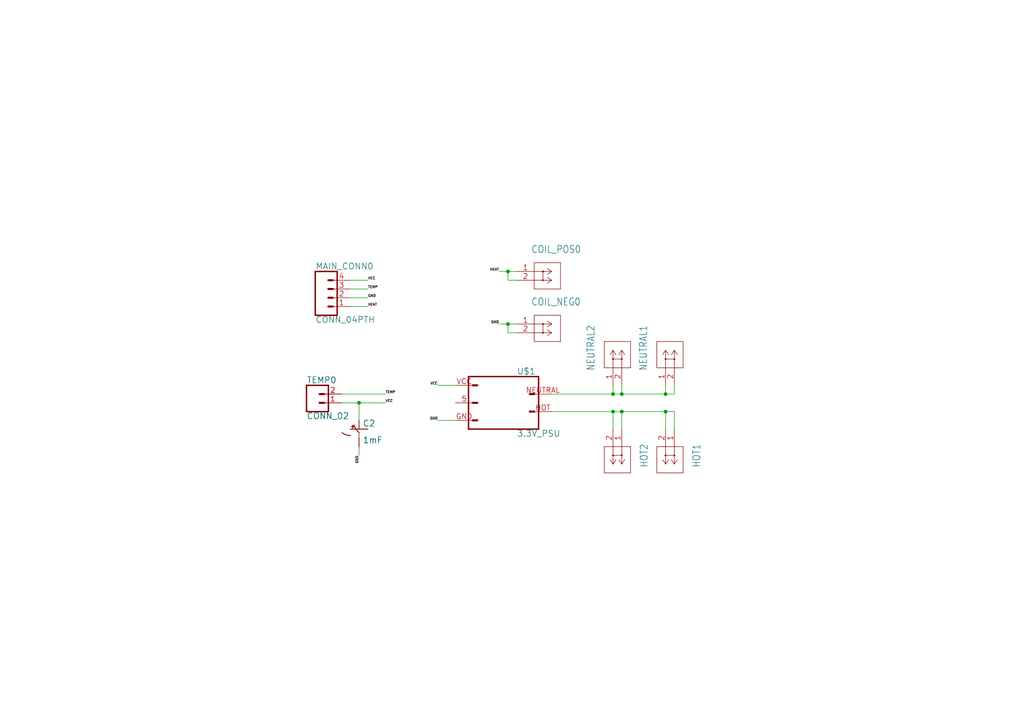
<source format=kicad_sch>
(kicad_sch (version 20250114) (generator "eeschema") (generator_version "9.0")
  (paper "A4")
  (lib_symbols
    (symbol "PowerModule-eagle-import:1000UF-RADIAL-5MM-25V-20%"
      (property "Reference" "C" (at 1.016 0.635 0))
      (symbol "1000UF-RADIAL-5MM-25V-20%_1_0"
        (polyline (pts (xy -2.54 0) (xy 2.54 0)) (stroke (width 0.254)))
        (arc (start -2.4669 -1.8504) (mid -3.7689 -1.6361) (end -4.9337 -1.0159) (stroke (width 0.254)))
        (rectangle (start -2.253 0.668) (end -1.364 0.795) (fill (type outline)))
        (rectangle (start -1.872 0.287) (end -1.745 1.176) (fill (type outline)))
        (polyline (pts (xy 0 -1.016) (xy 0 -2.54)) (stroke (width 0.1524)))
        (arc (start 0 -1) (mid -0.9038 -0.0189) (end -1.4403 1.2025) (stroke (width 0.254)))
        (pin passive line (at 0 2.54 270) (length 2.54) (name "+") (number "+"))
        (pin passive line (at 0 -5.08 90) (length 2.54) (name "-") (number "-"))
      )
    )
    (symbol "PowerModule-eagle-import:1287"
      (symbol "1287_1_0"
        (polyline (pts (xy 5.08 2.54) (xy 5.08 -5.08)) (stroke (width 0.1524)))
        (polyline (pts (xy 5.08 -5.08) (xy 12.7 -5.08)) (stroke (width 0.1524)))
        (polyline (pts (xy 7.62 0) (xy 5.08 0)) (stroke (width 0.1524)))
        (polyline (pts (xy 7.62 0) (xy 7.62 -0.127)) (stroke (width 0.1524)))
        (arc (start 7.62 0.127) (mid 7.747 0) (end 7.62 -0.127) (stroke (width 0.254)))
        (arc (start 7.62 -0.127) (mid 7.493 0) (end 7.62 0.127) (stroke (width 0.254)))
        (polyline (pts (xy 7.62 -0.127) (xy 7.62 -2.413)) (stroke (width 0.1524)))
        (polyline (pts (xy 7.62 -2.413) (xy 7.62 -2.54)) (stroke (width 0.1524)))
        (polyline (pts (xy 7.62 -2.54) (xy 5.08 -2.54)) (stroke (width 0.1524)))
        (arc (start 7.62 -2.413) (mid 7.747 -2.54) (end 7.62 -2.667) (stroke (width 0.254)))
        (arc (start 7.62 -2.667) (mid 7.493 -2.54) (end 7.62 -2.413) (stroke (width 0.254)))
        (polyline (pts (xy 10.16 0) (xy 7.62 0)) (stroke (width 0.1524)))
        (polyline (pts (xy 10.16 0) (xy 8.89 0.8382)) (stroke (width 0.1524)))
        (polyline (pts (xy 10.16 0) (xy 8.89 -0.8382)) (stroke (width 0.1524)))
        (polyline (pts (xy 10.16 -2.54) (xy 7.62 -2.54)) (stroke (width 0.1524)))
        (polyline (pts (xy 10.16 -2.54) (xy 8.89 -1.7018)) (stroke (width 0.1524)))
        (polyline (pts (xy 10.16 -2.54) (xy 8.89 -3.3782)) (stroke (width 0.1524)))
        (polyline (pts (xy 12.7 2.54) (xy 5.08 2.54)) (stroke (width 0.1524)))
        (polyline (pts (xy 12.7 -5.08) (xy 12.7 2.54)) (stroke (width 0.1524)))
        (pin passive line (at 0 0 0) (length 5.08) (name "1") (number "1"))
        (pin passive line (at 0 -2.54 0) (length 5.08) (name "2") (number "2"))
      )
    )
    (symbol "PowerModule-eagle-import:3.3V_PSU"
      (symbol "3.3V_PSU_1_0"
        (polyline (pts (xy -16.51 7.62) (xy -16.51 -7.62)) (stroke (width 0.4064)))
        (polyline (pts (xy -16.51 7.62) (xy 3.81 7.62)) (stroke (width 0.4064)))
        (polyline (pts (xy -15.24 5.08) (xy -13.97 5.08)) (stroke (width 0.6096)))
        (polyline (pts (xy -15.24 0) (xy -13.97 0)) (stroke (width 0.6096)))
        (polyline (pts (xy -15.24 -5.08) (xy -13.97 -5.08)) (stroke (width 0.6096)))
        (polyline (pts (xy 1.27 2.54) (xy 2.54 2.54)) (stroke (width 0.6096)))
        (polyline (pts (xy 1.27 -2.54) (xy 2.54 -2.54)) (stroke (width 0.6096)))
        (polyline (pts (xy 3.81 -7.62) (xy -16.51 -7.62)) (stroke (width 0.4064)))
        (polyline (pts (xy 3.81 -7.62) (xy 3.81 7.62)) (stroke (width 0.4064)))
        (pin passive line (at -20.32 5.08 0) (length 5.08) (name "VCC") (number "VCC"))
        (pin passive line (at -20.32 0 0) (length 5.08) (name "6") (number "5"))
        (pin passive line (at -20.32 -5.08 0) (length 5.08) (name "GND") (number "GND"))
        (pin passive line (at 7.62 2.54 180) (length 5.08) (name "NEUTRAL") (number "NEUTRAL"))
        (pin passive line (at 7.62 -2.54 180) (length 5.08) (name "HOT") (number "HOT"))
      )
    )
    (symbol "PowerModule-eagle-import:CONN_02"
      (property "Reference" "J" (at -2.54 5.588 0))
      (symbol "CONN_02_1_0"
        (polyline (pts (xy -2.54 5.08) (xy -2.54 -2.54)) (stroke (width 0.4064)))
        (polyline (pts (xy -2.54 5.08) (xy 3.81 5.08)) (stroke (width 0.4064)))
        (polyline (pts (xy 1.27 2.54) (xy 2.54 2.54)) (stroke (width 0.6096)))
        (polyline (pts (xy 1.27 0) (xy 2.54 0)) (stroke (width 0.6096)))
        (polyline (pts (xy 3.81 -2.54) (xy -2.54 -2.54)) (stroke (width 0.4064)))
        (polyline (pts (xy 3.81 -2.54) (xy 3.81 5.08)) (stroke (width 0.4064)))
        (pin passive line (at 7.62 2.54 180) (length 5.08) (name "2") (number "2"))
        (pin passive line (at 7.62 0 180) (length 5.08) (name "1") (number "1"))
      )
    )
    (symbol "PowerModule-eagle-import:CONN_04PTH"
      (property "Reference" "J" (at -5.08 8.128 0))
      (symbol "CONN_04PTH_1_0"
        (polyline (pts (xy -5.08 7.62) (xy -5.08 -5.08)) (stroke (width 0.4064)))
        (polyline (pts (xy -5.08 7.62) (xy 1.27 7.62)) (stroke (width 0.4064)))
        (polyline (pts (xy -1.27 5.08) (xy 0 5.08)) (stroke (width 0.6096)))
        (polyline (pts (xy -1.27 2.54) (xy 0 2.54)) (stroke (width 0.6096)))
        (polyline (pts (xy -1.27 0) (xy 0 0)) (stroke (width 0.6096)))
        (polyline (pts (xy -1.27 -2.54) (xy 0 -2.54)) (stroke (width 0.6096)))
        (polyline (pts (xy 1.27 -5.08) (xy -5.08 -5.08)) (stroke (width 0.4064)))
        (polyline (pts (xy 1.27 -5.08) (xy 1.27 7.62)) (stroke (width 0.4064)))
        (pin passive line (at 5.08 5.08 180) (length 5.08) (name "4") (number "4"))
        (pin passive line (at 5.08 2.54 180) (length 5.08) (name "3") (number "3"))
        (pin passive line (at 5.08 0 180) (length 5.08) (name "2") (number "2"))
        (pin passive line (at 5.08 -2.54 180) (length 5.08) (name "1") (number "1"))
      )
    )
  )
  (junction (at 177.8 119.38))
  (junction (at 177.8 114.3))
  (junction (at 104.14 116.84))
  (junction (at 147.32 93.98))
  (junction (at 193.04 114.3))
  (junction (at 180.34 119.38))
  (junction (at 193.04 119.38))
  (junction (at 147.32 78.74))
  (junction (at 180.34 114.3))
  (wire (pts (xy 104.14 129.54) (xy 104.14 132.08)) (stroke (width 0.1524)))
  (wire (pts (xy 180.34 124.46) (xy 180.34 119.38)) (stroke (width 0.1524)))
  (wire (pts (xy 193.04 124.46) (xy 193.04 119.38)) (stroke (width 0.1524)))
  (wire (pts (xy 160.02 114.3) (xy 177.8 114.3)) (stroke (width 0.1524)))
  (wire (pts (xy 147.32 78.74) (xy 149.86 78.74)) (stroke (width 0.1524)))
  (wire (pts (xy 180.34 114.3) (xy 193.04 114.3)) (stroke (width 0.1524)))
  (wire (pts (xy 101.6 83.82) (xy 106.68 83.82)) (stroke (width 0.1524)))
  (wire (pts (xy 149.86 96.52) (xy 147.32 96.52)) (stroke (width 0.1524)))
  (wire (pts (xy 101.6 81.28) (xy 106.68 81.28)) (stroke (width 0.1524)))
  (wire (pts (xy 193.04 111.76) (xy 193.04 114.3)) (stroke (width 0.1524)))
  (wire (pts (xy 147.32 96.52) (xy 147.32 93.98)) (stroke (width 0.1524)))
  (wire (pts (xy 104.14 121.92) (xy 104.14 116.84)) (stroke (width 0.1524)))
  (wire (pts (xy 177.8 114.3) (xy 180.34 114.3)) (stroke (width 0.1524)))
  (wire (pts (xy 99.06 116.84) (xy 104.14 116.84)) (stroke (width 0.1524)))
  (wire (pts (xy 147.32 78.74) (xy 144.78 78.74)) (stroke (width 0.1524)))
  (wire (pts (xy 195.58 119.38) (xy 195.58 124.46)) (stroke (width 0.1524)))
  (wire (pts (xy 193.04 119.38) (xy 195.58 119.38)) (stroke (width 0.1524)))
  (wire (pts (xy 180.34 119.38) (xy 193.04 119.38)) (stroke (width 0.1524)))
  (wire (pts (xy 193.04 114.3) (xy 195.58 114.3)) (stroke (width 0.1524)))
  (wire (pts (xy 177.8 124.46) (xy 177.8 119.38)) (stroke (width 0.1524)))
  (wire (pts (xy 99.06 114.3) (xy 111.76 114.3)) (stroke (width 0.1524)))
  (wire (pts (xy 132.08 111.76) (xy 127 111.76)) (stroke (width 0.1524)))
  (wire (pts (xy 147.32 81.28) (xy 147.32 78.74)) (stroke (width 0.1524)))
  (wire (pts (xy 147.32 93.98) (xy 149.86 93.98)) (stroke (width 0.1524)))
  (wire (pts (xy 180.34 111.76) (xy 180.34 114.3)) (stroke (width 0.1524)))
  (wire (pts (xy 177.8 111.76) (xy 177.8 114.3)) (stroke (width 0.1524)))
  (wire (pts (xy 132.08 121.92) (xy 127 121.92)) (stroke (width 0.1524)))
  (wire (pts (xy 147.32 93.98) (xy 144.78 93.98)) (stroke (width 0.1524)))
  (wire (pts (xy 160.02 119.38) (xy 177.8 119.38)) (stroke (width 0.1524)))
  (wire (pts (xy 101.6 86.36) (xy 106.68 86.36)) (stroke (width 0.1524)))
  (wire (pts (xy 104.14 116.84) (xy 111.76 116.84)) (stroke (width 0.1524)))
  (wire (pts (xy 149.86 81.28) (xy 147.32 81.28)) (stroke (width 0.1524)))
  (wire (pts (xy 177.8 119.38) (xy 180.34 119.38)) (stroke (width 0.1524)))
  (wire (pts (xy 195.58 114.3) (xy 195.58 111.76)) (stroke (width 0.1524)))
  (wire (pts (xy 101.6 88.9) (xy 106.68 88.9)) (stroke (width 0.1524)))
  (label "VCC" (at 111.76 116.84 0) (effects (font (size 0.7112 0.7112))))
  (label "GND" (at 144.78 93.98 180) (effects (font (size 0.7112 0.7112))))
  (label "HEAT" (at 106.68 88.9 0) (effects (font (size 0.7112 0.7112))))
  (label "HEAT" (at 144.78 78.74 180) (effects (font (size 0.7112 0.7112))))
  (label "TEMP" (at 106.68 83.82 0) (effects (font (size 0.7112 0.7112))))
  (label "GND" (at 127 121.92 180) (effects (font (size 0.7112 0.7112))))
  (label "VCC" (at 106.68 81.28 0) (effects (font (size 0.7112 0.7112))))
  (label "GND" (at 104.14 132.08 270) (effects (font (size 0.7112 0.7112))))
  (label "TEMP" (at 111.76 114.3 0) (effects (font (size 0.7112 0.7112))))
  (label "GND" (at 106.68 86.36 0) (effects (font (size 0.7112 0.7112))))
  (label "VCC" (at 127 111.76 180) (effects (font (size 0.7112 0.7112))))
  (symbol (lib_id "PowerModule-eagle-import:1000UF-RADIAL-5MM-25V-20%") (at 104.14 124.46 0) (unit 1)
    (property "Reference" "C2" (at 105.156 123.825 0) (effects (font (size 1.778 1.778)) (justify left bottom)))
    (property "Value" "1mF" (at 105.156 128.651 0) (effects (font (size 1.778 1.778)) (justify left bottom)))
    (property "Footprint" "PowerModule:CPOL-RADIAL-5MM-10MM" (effects (hide yes)))
  )
  (symbol (lib_id "PowerModule-eagle-import:1287") (at 195.58 124.46 270) (unit 1)
    (property "Reference" "HOT1" (at 200.8886 128.6256 0) (effects (font (size 2.0828 1.7703)) (justify left bottom)))
    (property "Value" "1287" (effects (hide yes)))
    (property "Footprint" "PowerModule:CONN_1287_KEY" (effects (hide yes)))
  )
  (symbol (lib_id "PowerModule-eagle-import:1287") (at 149.86 78.74 0) (unit 1)
    (property "Reference" "COIL_POS0" (at 154.0256 73.4314 0) (effects (font (size 2.0828 1.7703)) (justify left bottom)))
    (property "Value" "1287" (effects (hide yes)))
    (property "Footprint" "PowerModule:CONN_1287_KEY" (effects (hide yes)))
  )
  (symbol (lib_id "PowerModule-eagle-import:1287") (at 149.86 93.98 0) (unit 1)
    (property "Reference" "COIL_NEG0" (at 154.0256 88.6714 0) (effects (font (size 2.0828 1.7703)) (justify left bottom)))
    (property "Value" "1287" (effects (hide yes)))
    (property "Footprint" "PowerModule:CONN_1287_KEY" (effects (hide yes)))
  )
  (symbol (lib_id "PowerModule-eagle-import:1287") (at 177.8 111.76 90) (unit 1)
    (property "Reference" "NEUTRAL2" (at 172.4914 107.5944 0) (effects (font (size 2.0828 1.7703)) (justify left bottom)))
    (property "Value" "1287" (effects (hide yes)))
    (property "Footprint" "PowerModule:CONN_1287_KEY" (effects (hide yes)))
  )
  (symbol (lib_id "PowerModule-eagle-import:1287") (at 180.34 124.46 270) (unit 1)
    (property "Reference" "HOT2" (at 185.6486 128.6256 0) (effects (font (size 2.0828 1.7703)) (justify left bottom)))
    (property "Value" "1287" (effects (hide yes)))
    (property "Footprint" "PowerModule:CONN_1287_KEY" (effects (hide yes)))
  )
  (symbol (lib_id "PowerModule-eagle-import:3.3V_PSU") (at 152.4 116.84 0) (unit 1)
    (property "Reference" "U$1" (at 149.86 108.712 0) (effects (font (size 1.778 1.778)) (justify left bottom)))
    (property "Value" "3.3V_PSU" (at 149.86 126.746 0) (effects (font (size 1.778 1.778)) (justify left bottom)))
    (property "Footprint" "PowerModule:1X03" (effects (hide yes)))
  )
  (symbol (lib_id "PowerModule-eagle-import:CONN_02") (at 91.44 116.84 0) (unit 1)
    (property "Reference" "TEMP0" (at 88.9 111.252 0) (effects (font (size 1.778 1.778)) (justify left bottom)))
    (property "Value" "CONN_02" (at 88.9 121.666 0) (effects (font (size 1.778 1.778)) (justify left bottom)))
    (property "Footprint" "PowerModule:1X02" (effects (hide yes)))
  )
  (symbol (lib_id "PowerModule-eagle-import:1287") (at 193.04 111.76 90) (unit 1)
    (property "Reference" "NEUTRAL1" (at 187.7314 107.5944 0) (effects (font (size 2.0828 1.7703)) (justify left bottom)))
    (property "Value" "1287" (effects (hide yes)))
    (property "Footprint" "PowerModule:CONN_1287_KEY" (effects (hide yes)))
  )
  (symbol (lib_id "PowerModule-eagle-import:CONN_04PTH") (at 96.52 86.36 0) (unit 1)
    (property "Reference" "MAIN_CONN0" (at 91.44 78.232 0) (effects (font (size 1.778 1.778)) (justify left bottom)))
    (property "Value" "CONN_04PTH" (at 91.44 93.726 0) (effects (font (size 1.778 1.778)) (justify left bottom)))
    (property "Footprint" "PowerModule:1X04" (effects (hide yes)))
  )
)
</source>
